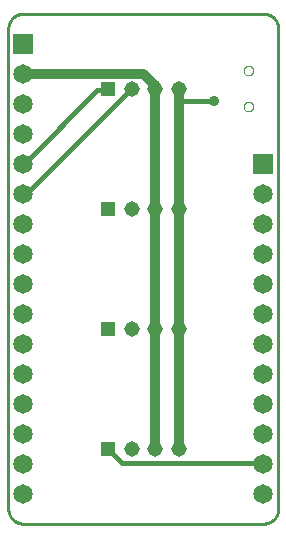
<source format=gbl>
G75*
%MOIN*%
%OFA0B0*%
%FSLAX25Y25*%
%IPPOS*%
%LPD*%
%AMOC8*
5,1,8,0,0,1.08239X$1,22.5*
%
%ADD10C,0.01000*%
%ADD11R,0.06500X0.06500*%
%ADD12C,0.06500*%
%ADD13R,0.05150X0.05150*%
%ADD14C,0.05150*%
%ADD15C,0.00000*%
%ADD16C,0.03200*%
%ADD17C,0.01600*%
%ADD18C,0.03600*%
D10*
X0001500Y0006500D02*
X0001500Y0166500D01*
X0001502Y0166640D01*
X0001508Y0166780D01*
X0001518Y0166920D01*
X0001531Y0167060D01*
X0001549Y0167199D01*
X0001571Y0167338D01*
X0001596Y0167475D01*
X0001625Y0167613D01*
X0001658Y0167749D01*
X0001695Y0167884D01*
X0001736Y0168018D01*
X0001781Y0168151D01*
X0001829Y0168283D01*
X0001881Y0168413D01*
X0001936Y0168542D01*
X0001995Y0168669D01*
X0002058Y0168795D01*
X0002124Y0168919D01*
X0002193Y0169040D01*
X0002266Y0169160D01*
X0002343Y0169278D01*
X0002422Y0169393D01*
X0002505Y0169507D01*
X0002591Y0169617D01*
X0002680Y0169726D01*
X0002772Y0169832D01*
X0002867Y0169935D01*
X0002964Y0170036D01*
X0003065Y0170133D01*
X0003168Y0170228D01*
X0003274Y0170320D01*
X0003383Y0170409D01*
X0003493Y0170495D01*
X0003607Y0170578D01*
X0003722Y0170657D01*
X0003840Y0170734D01*
X0003960Y0170807D01*
X0004081Y0170876D01*
X0004205Y0170942D01*
X0004331Y0171005D01*
X0004458Y0171064D01*
X0004587Y0171119D01*
X0004717Y0171171D01*
X0004849Y0171219D01*
X0004982Y0171264D01*
X0005116Y0171305D01*
X0005251Y0171342D01*
X0005387Y0171375D01*
X0005525Y0171404D01*
X0005662Y0171429D01*
X0005801Y0171451D01*
X0005940Y0171469D01*
X0006080Y0171482D01*
X0006220Y0171492D01*
X0006360Y0171498D01*
X0006500Y0171500D01*
X0086500Y0171500D01*
X0086640Y0171498D01*
X0086780Y0171492D01*
X0086920Y0171482D01*
X0087060Y0171469D01*
X0087199Y0171451D01*
X0087338Y0171429D01*
X0087475Y0171404D01*
X0087613Y0171375D01*
X0087749Y0171342D01*
X0087884Y0171305D01*
X0088018Y0171264D01*
X0088151Y0171219D01*
X0088283Y0171171D01*
X0088413Y0171119D01*
X0088542Y0171064D01*
X0088669Y0171005D01*
X0088795Y0170942D01*
X0088919Y0170876D01*
X0089040Y0170807D01*
X0089160Y0170734D01*
X0089278Y0170657D01*
X0089393Y0170578D01*
X0089507Y0170495D01*
X0089617Y0170409D01*
X0089726Y0170320D01*
X0089832Y0170228D01*
X0089935Y0170133D01*
X0090036Y0170036D01*
X0090133Y0169935D01*
X0090228Y0169832D01*
X0090320Y0169726D01*
X0090409Y0169617D01*
X0090495Y0169507D01*
X0090578Y0169393D01*
X0090657Y0169278D01*
X0090734Y0169160D01*
X0090807Y0169040D01*
X0090876Y0168919D01*
X0090942Y0168795D01*
X0091005Y0168669D01*
X0091064Y0168542D01*
X0091119Y0168413D01*
X0091171Y0168283D01*
X0091219Y0168151D01*
X0091264Y0168018D01*
X0091305Y0167884D01*
X0091342Y0167749D01*
X0091375Y0167613D01*
X0091404Y0167475D01*
X0091429Y0167338D01*
X0091451Y0167199D01*
X0091469Y0167060D01*
X0091482Y0166920D01*
X0091492Y0166780D01*
X0091498Y0166640D01*
X0091500Y0166500D01*
X0091500Y0006500D01*
X0091498Y0006360D01*
X0091492Y0006220D01*
X0091482Y0006080D01*
X0091469Y0005940D01*
X0091451Y0005801D01*
X0091429Y0005662D01*
X0091404Y0005525D01*
X0091375Y0005387D01*
X0091342Y0005251D01*
X0091305Y0005116D01*
X0091264Y0004982D01*
X0091219Y0004849D01*
X0091171Y0004717D01*
X0091119Y0004587D01*
X0091064Y0004458D01*
X0091005Y0004331D01*
X0090942Y0004205D01*
X0090876Y0004081D01*
X0090807Y0003960D01*
X0090734Y0003840D01*
X0090657Y0003722D01*
X0090578Y0003607D01*
X0090495Y0003493D01*
X0090409Y0003383D01*
X0090320Y0003274D01*
X0090228Y0003168D01*
X0090133Y0003065D01*
X0090036Y0002964D01*
X0089935Y0002867D01*
X0089832Y0002772D01*
X0089726Y0002680D01*
X0089617Y0002591D01*
X0089507Y0002505D01*
X0089393Y0002422D01*
X0089278Y0002343D01*
X0089160Y0002266D01*
X0089040Y0002193D01*
X0088919Y0002124D01*
X0088795Y0002058D01*
X0088669Y0001995D01*
X0088542Y0001936D01*
X0088413Y0001881D01*
X0088283Y0001829D01*
X0088151Y0001781D01*
X0088018Y0001736D01*
X0087884Y0001695D01*
X0087749Y0001658D01*
X0087613Y0001625D01*
X0087475Y0001596D01*
X0087338Y0001571D01*
X0087199Y0001549D01*
X0087060Y0001531D01*
X0086920Y0001518D01*
X0086780Y0001508D01*
X0086640Y0001502D01*
X0086500Y0001500D01*
X0006500Y0001500D01*
X0006360Y0001502D01*
X0006220Y0001508D01*
X0006080Y0001518D01*
X0005940Y0001531D01*
X0005801Y0001549D01*
X0005662Y0001571D01*
X0005525Y0001596D01*
X0005387Y0001625D01*
X0005251Y0001658D01*
X0005116Y0001695D01*
X0004982Y0001736D01*
X0004849Y0001781D01*
X0004717Y0001829D01*
X0004587Y0001881D01*
X0004458Y0001936D01*
X0004331Y0001995D01*
X0004205Y0002058D01*
X0004081Y0002124D01*
X0003960Y0002193D01*
X0003840Y0002266D01*
X0003722Y0002343D01*
X0003607Y0002422D01*
X0003493Y0002505D01*
X0003383Y0002591D01*
X0003274Y0002680D01*
X0003168Y0002772D01*
X0003065Y0002867D01*
X0002964Y0002964D01*
X0002867Y0003065D01*
X0002772Y0003168D01*
X0002680Y0003274D01*
X0002591Y0003383D01*
X0002505Y0003493D01*
X0002422Y0003607D01*
X0002343Y0003722D01*
X0002266Y0003840D01*
X0002193Y0003960D01*
X0002124Y0004081D01*
X0002058Y0004205D01*
X0001995Y0004331D01*
X0001936Y0004458D01*
X0001881Y0004587D01*
X0001829Y0004717D01*
X0001781Y0004849D01*
X0001736Y0004982D01*
X0001695Y0005116D01*
X0001658Y0005251D01*
X0001625Y0005387D01*
X0001596Y0005525D01*
X0001571Y0005662D01*
X0001549Y0005801D01*
X0001531Y0005940D01*
X0001518Y0006080D01*
X0001508Y0006220D01*
X0001502Y0006360D01*
X0001500Y0006500D01*
X0034800Y0026300D02*
X0034689Y0026500D01*
X0050437Y0066500D02*
X0051000Y0066800D01*
X0050437Y0066800D01*
X0058200Y0066800D02*
X0058311Y0066800D01*
X0058200Y0066800D02*
X0058311Y0066500D01*
X0058311Y0106500D02*
X0058200Y0107300D01*
X0058311Y0107300D01*
X0051000Y0106400D02*
X0050437Y0106500D01*
X0050437Y0106400D02*
X0051000Y0106400D01*
D11*
X0086500Y0121500D03*
X0006500Y0161500D03*
D12*
X0006500Y0151500D03*
X0006500Y0141500D03*
X0006500Y0131500D03*
X0006500Y0121500D03*
X0006500Y0111500D03*
X0006500Y0101500D03*
X0006500Y0091500D03*
X0006500Y0081500D03*
X0006500Y0071500D03*
X0006500Y0061500D03*
X0006500Y0051500D03*
X0006500Y0041500D03*
X0006500Y0031500D03*
X0006500Y0021500D03*
X0006500Y0011500D03*
X0086500Y0011500D03*
X0086500Y0021500D03*
X0086500Y0031500D03*
X0086500Y0041500D03*
X0086500Y0051500D03*
X0086500Y0061500D03*
X0086500Y0071500D03*
X0086500Y0081500D03*
X0086500Y0091500D03*
X0086500Y0101500D03*
X0086500Y0111500D03*
D13*
X0034689Y0106500D03*
X0034689Y0066500D03*
X0034689Y0026500D03*
X0034689Y0146500D03*
D14*
X0042563Y0146500D03*
X0050437Y0146500D03*
X0058311Y0146500D03*
X0058311Y0106500D03*
X0050437Y0106500D03*
X0042563Y0106500D03*
X0042563Y0066500D03*
X0050437Y0066500D03*
X0058311Y0066500D03*
X0058311Y0026500D03*
X0050437Y0026500D03*
X0042563Y0026500D03*
D15*
X0079900Y0140500D02*
X0079902Y0140580D01*
X0079908Y0140659D01*
X0079918Y0140738D01*
X0079932Y0140817D01*
X0079949Y0140895D01*
X0079971Y0140972D01*
X0079996Y0141047D01*
X0080026Y0141121D01*
X0080058Y0141194D01*
X0080095Y0141265D01*
X0080135Y0141334D01*
X0080178Y0141401D01*
X0080225Y0141466D01*
X0080274Y0141528D01*
X0080327Y0141588D01*
X0080383Y0141645D01*
X0080441Y0141700D01*
X0080502Y0141751D01*
X0080566Y0141799D01*
X0080632Y0141844D01*
X0080700Y0141886D01*
X0080770Y0141924D01*
X0080842Y0141958D01*
X0080915Y0141989D01*
X0080990Y0142017D01*
X0081067Y0142040D01*
X0081144Y0142060D01*
X0081222Y0142076D01*
X0081301Y0142088D01*
X0081380Y0142096D01*
X0081460Y0142100D01*
X0081540Y0142100D01*
X0081620Y0142096D01*
X0081699Y0142088D01*
X0081778Y0142076D01*
X0081856Y0142060D01*
X0081933Y0142040D01*
X0082010Y0142017D01*
X0082085Y0141989D01*
X0082158Y0141958D01*
X0082230Y0141924D01*
X0082300Y0141886D01*
X0082368Y0141844D01*
X0082434Y0141799D01*
X0082498Y0141751D01*
X0082559Y0141700D01*
X0082617Y0141645D01*
X0082673Y0141588D01*
X0082726Y0141528D01*
X0082775Y0141466D01*
X0082822Y0141401D01*
X0082865Y0141334D01*
X0082905Y0141265D01*
X0082942Y0141194D01*
X0082974Y0141121D01*
X0083004Y0141047D01*
X0083029Y0140972D01*
X0083051Y0140895D01*
X0083068Y0140817D01*
X0083082Y0140738D01*
X0083092Y0140659D01*
X0083098Y0140580D01*
X0083100Y0140500D01*
X0083098Y0140420D01*
X0083092Y0140341D01*
X0083082Y0140262D01*
X0083068Y0140183D01*
X0083051Y0140105D01*
X0083029Y0140028D01*
X0083004Y0139953D01*
X0082974Y0139879D01*
X0082942Y0139806D01*
X0082905Y0139735D01*
X0082865Y0139666D01*
X0082822Y0139599D01*
X0082775Y0139534D01*
X0082726Y0139472D01*
X0082673Y0139412D01*
X0082617Y0139355D01*
X0082559Y0139300D01*
X0082498Y0139249D01*
X0082434Y0139201D01*
X0082368Y0139156D01*
X0082300Y0139114D01*
X0082230Y0139076D01*
X0082158Y0139042D01*
X0082085Y0139011D01*
X0082010Y0138983D01*
X0081933Y0138960D01*
X0081856Y0138940D01*
X0081778Y0138924D01*
X0081699Y0138912D01*
X0081620Y0138904D01*
X0081540Y0138900D01*
X0081460Y0138900D01*
X0081380Y0138904D01*
X0081301Y0138912D01*
X0081222Y0138924D01*
X0081144Y0138940D01*
X0081067Y0138960D01*
X0080990Y0138983D01*
X0080915Y0139011D01*
X0080842Y0139042D01*
X0080770Y0139076D01*
X0080700Y0139114D01*
X0080632Y0139156D01*
X0080566Y0139201D01*
X0080502Y0139249D01*
X0080441Y0139300D01*
X0080383Y0139355D01*
X0080327Y0139412D01*
X0080274Y0139472D01*
X0080225Y0139534D01*
X0080178Y0139599D01*
X0080135Y0139666D01*
X0080095Y0139735D01*
X0080058Y0139806D01*
X0080026Y0139879D01*
X0079996Y0139953D01*
X0079971Y0140028D01*
X0079949Y0140105D01*
X0079932Y0140183D01*
X0079918Y0140262D01*
X0079908Y0140341D01*
X0079902Y0140420D01*
X0079900Y0140500D01*
X0079900Y0152500D02*
X0079902Y0152580D01*
X0079908Y0152659D01*
X0079918Y0152738D01*
X0079932Y0152817D01*
X0079949Y0152895D01*
X0079971Y0152972D01*
X0079996Y0153047D01*
X0080026Y0153121D01*
X0080058Y0153194D01*
X0080095Y0153265D01*
X0080135Y0153334D01*
X0080178Y0153401D01*
X0080225Y0153466D01*
X0080274Y0153528D01*
X0080327Y0153588D01*
X0080383Y0153645D01*
X0080441Y0153700D01*
X0080502Y0153751D01*
X0080566Y0153799D01*
X0080632Y0153844D01*
X0080700Y0153886D01*
X0080770Y0153924D01*
X0080842Y0153958D01*
X0080915Y0153989D01*
X0080990Y0154017D01*
X0081067Y0154040D01*
X0081144Y0154060D01*
X0081222Y0154076D01*
X0081301Y0154088D01*
X0081380Y0154096D01*
X0081460Y0154100D01*
X0081540Y0154100D01*
X0081620Y0154096D01*
X0081699Y0154088D01*
X0081778Y0154076D01*
X0081856Y0154060D01*
X0081933Y0154040D01*
X0082010Y0154017D01*
X0082085Y0153989D01*
X0082158Y0153958D01*
X0082230Y0153924D01*
X0082300Y0153886D01*
X0082368Y0153844D01*
X0082434Y0153799D01*
X0082498Y0153751D01*
X0082559Y0153700D01*
X0082617Y0153645D01*
X0082673Y0153588D01*
X0082726Y0153528D01*
X0082775Y0153466D01*
X0082822Y0153401D01*
X0082865Y0153334D01*
X0082905Y0153265D01*
X0082942Y0153194D01*
X0082974Y0153121D01*
X0083004Y0153047D01*
X0083029Y0152972D01*
X0083051Y0152895D01*
X0083068Y0152817D01*
X0083082Y0152738D01*
X0083092Y0152659D01*
X0083098Y0152580D01*
X0083100Y0152500D01*
X0083098Y0152420D01*
X0083092Y0152341D01*
X0083082Y0152262D01*
X0083068Y0152183D01*
X0083051Y0152105D01*
X0083029Y0152028D01*
X0083004Y0151953D01*
X0082974Y0151879D01*
X0082942Y0151806D01*
X0082905Y0151735D01*
X0082865Y0151666D01*
X0082822Y0151599D01*
X0082775Y0151534D01*
X0082726Y0151472D01*
X0082673Y0151412D01*
X0082617Y0151355D01*
X0082559Y0151300D01*
X0082498Y0151249D01*
X0082434Y0151201D01*
X0082368Y0151156D01*
X0082300Y0151114D01*
X0082230Y0151076D01*
X0082158Y0151042D01*
X0082085Y0151011D01*
X0082010Y0150983D01*
X0081933Y0150960D01*
X0081856Y0150940D01*
X0081778Y0150924D01*
X0081699Y0150912D01*
X0081620Y0150904D01*
X0081540Y0150900D01*
X0081460Y0150900D01*
X0081380Y0150904D01*
X0081301Y0150912D01*
X0081222Y0150924D01*
X0081144Y0150940D01*
X0081067Y0150960D01*
X0080990Y0150983D01*
X0080915Y0151011D01*
X0080842Y0151042D01*
X0080770Y0151076D01*
X0080700Y0151114D01*
X0080632Y0151156D01*
X0080566Y0151201D01*
X0080502Y0151249D01*
X0080441Y0151300D01*
X0080383Y0151355D01*
X0080327Y0151412D01*
X0080274Y0151472D01*
X0080225Y0151534D01*
X0080178Y0151599D01*
X0080135Y0151666D01*
X0080095Y0151735D01*
X0080058Y0151806D01*
X0080026Y0151879D01*
X0079996Y0151953D01*
X0079971Y0152028D01*
X0079949Y0152105D01*
X0079932Y0152183D01*
X0079918Y0152262D01*
X0079908Y0152341D01*
X0079902Y0152420D01*
X0079900Y0152500D01*
D16*
X0058311Y0146500D02*
X0058311Y0142400D01*
X0058311Y0107300D01*
X0058311Y0106500D01*
X0058311Y0066800D01*
X0058311Y0066500D01*
X0058311Y0026500D01*
X0050437Y0026500D02*
X0050437Y0066500D01*
X0050437Y0066800D01*
X0050437Y0106400D01*
X0050437Y0106500D01*
X0050437Y0146500D01*
X0050437Y0147563D01*
X0046500Y0151500D01*
X0006500Y0151500D01*
D17*
X0031200Y0146000D02*
X0006900Y0121700D01*
X0006500Y0121500D01*
X0006500Y0111500D02*
X0006900Y0110900D01*
X0042000Y0146000D01*
X0042563Y0146500D01*
X0034689Y0146500D02*
X0033900Y0146000D01*
X0031200Y0146000D01*
X0058311Y0142400D02*
X0069900Y0142400D01*
X0034800Y0026300D02*
X0039300Y0021800D01*
X0086100Y0021800D01*
X0086500Y0021500D01*
D18*
X0069900Y0142400D03*
M02*

</source>
